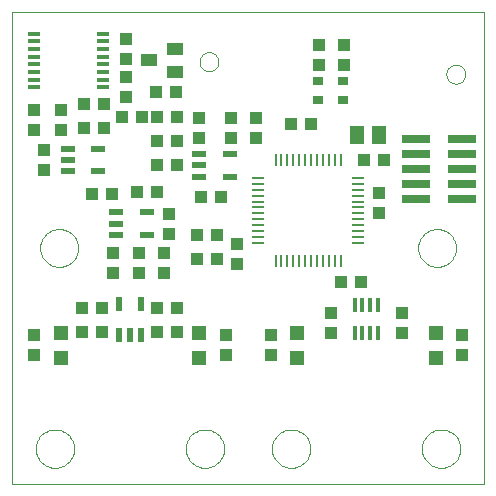
<source format=gtp>
G75*
G70*
%OFA0B0*%
%FSLAX24Y24*%
%IPPOS*%
%LPD*%
%AMOC8*
5,1,8,0,0,1.08239X$1,22.5*
%
%ADD10C,0.0000*%
%ADD11R,0.0165X0.0512*%
%ADD12R,0.0098X0.0394*%
%ADD13R,0.0394X0.0098*%
%ADD14R,0.0472X0.0472*%
%ADD15R,0.0433X0.0394*%
%ADD16R,0.0394X0.0433*%
%ADD17R,0.0217X0.0472*%
%ADD18R,0.0945X0.0299*%
%ADD19R,0.0512X0.0591*%
%ADD20R,0.0354X0.0256*%
%ADD21R,0.0472X0.0217*%
%ADD22R,0.0390X0.0120*%
%ADD23R,0.0551X0.0394*%
D10*
X001274Y001049D02*
X001274Y016797D01*
X017022Y016797D01*
X017022Y001049D01*
X001274Y001049D01*
X002071Y002230D02*
X002073Y002280D01*
X002079Y002330D01*
X002089Y002379D01*
X002102Y002428D01*
X002120Y002475D01*
X002141Y002521D01*
X002165Y002564D01*
X002193Y002606D01*
X002224Y002646D01*
X002258Y002683D01*
X002295Y002717D01*
X002335Y002748D01*
X002377Y002776D01*
X002420Y002800D01*
X002466Y002821D01*
X002513Y002839D01*
X002562Y002852D01*
X002611Y002862D01*
X002661Y002868D01*
X002711Y002870D01*
X002761Y002868D01*
X002811Y002862D01*
X002860Y002852D01*
X002909Y002839D01*
X002956Y002821D01*
X003002Y002800D01*
X003045Y002776D01*
X003087Y002748D01*
X003127Y002717D01*
X003164Y002683D01*
X003198Y002646D01*
X003229Y002606D01*
X003257Y002564D01*
X003281Y002521D01*
X003302Y002475D01*
X003320Y002428D01*
X003333Y002379D01*
X003343Y002330D01*
X003349Y002280D01*
X003351Y002230D01*
X003349Y002180D01*
X003343Y002130D01*
X003333Y002081D01*
X003320Y002032D01*
X003302Y001985D01*
X003281Y001939D01*
X003257Y001896D01*
X003229Y001854D01*
X003198Y001814D01*
X003164Y001777D01*
X003127Y001743D01*
X003087Y001712D01*
X003045Y001684D01*
X003002Y001660D01*
X002956Y001639D01*
X002909Y001621D01*
X002860Y001608D01*
X002811Y001598D01*
X002761Y001592D01*
X002711Y001590D01*
X002661Y001592D01*
X002611Y001598D01*
X002562Y001608D01*
X002513Y001621D01*
X002466Y001639D01*
X002420Y001660D01*
X002377Y001684D01*
X002335Y001712D01*
X002295Y001743D01*
X002258Y001777D01*
X002224Y001814D01*
X002193Y001854D01*
X002165Y001896D01*
X002141Y001939D01*
X002120Y001985D01*
X002102Y002032D01*
X002089Y002081D01*
X002079Y002130D01*
X002073Y002180D01*
X002071Y002230D01*
X007071Y002230D02*
X007073Y002280D01*
X007079Y002330D01*
X007089Y002379D01*
X007102Y002428D01*
X007120Y002475D01*
X007141Y002521D01*
X007165Y002564D01*
X007193Y002606D01*
X007224Y002646D01*
X007258Y002683D01*
X007295Y002717D01*
X007335Y002748D01*
X007377Y002776D01*
X007420Y002800D01*
X007466Y002821D01*
X007513Y002839D01*
X007562Y002852D01*
X007611Y002862D01*
X007661Y002868D01*
X007711Y002870D01*
X007761Y002868D01*
X007811Y002862D01*
X007860Y002852D01*
X007909Y002839D01*
X007956Y002821D01*
X008002Y002800D01*
X008045Y002776D01*
X008087Y002748D01*
X008127Y002717D01*
X008164Y002683D01*
X008198Y002646D01*
X008229Y002606D01*
X008257Y002564D01*
X008281Y002521D01*
X008302Y002475D01*
X008320Y002428D01*
X008333Y002379D01*
X008343Y002330D01*
X008349Y002280D01*
X008351Y002230D01*
X008349Y002180D01*
X008343Y002130D01*
X008333Y002081D01*
X008320Y002032D01*
X008302Y001985D01*
X008281Y001939D01*
X008257Y001896D01*
X008229Y001854D01*
X008198Y001814D01*
X008164Y001777D01*
X008127Y001743D01*
X008087Y001712D01*
X008045Y001684D01*
X008002Y001660D01*
X007956Y001639D01*
X007909Y001621D01*
X007860Y001608D01*
X007811Y001598D01*
X007761Y001592D01*
X007711Y001590D01*
X007661Y001592D01*
X007611Y001598D01*
X007562Y001608D01*
X007513Y001621D01*
X007466Y001639D01*
X007420Y001660D01*
X007377Y001684D01*
X007335Y001712D01*
X007295Y001743D01*
X007258Y001777D01*
X007224Y001814D01*
X007193Y001854D01*
X007165Y001896D01*
X007141Y001939D01*
X007120Y001985D01*
X007102Y002032D01*
X007089Y002081D01*
X007079Y002130D01*
X007073Y002180D01*
X007071Y002230D01*
X009945Y002230D02*
X009947Y002280D01*
X009953Y002330D01*
X009963Y002379D01*
X009976Y002428D01*
X009994Y002475D01*
X010015Y002521D01*
X010039Y002564D01*
X010067Y002606D01*
X010098Y002646D01*
X010132Y002683D01*
X010169Y002717D01*
X010209Y002748D01*
X010251Y002776D01*
X010294Y002800D01*
X010340Y002821D01*
X010387Y002839D01*
X010436Y002852D01*
X010485Y002862D01*
X010535Y002868D01*
X010585Y002870D01*
X010635Y002868D01*
X010685Y002862D01*
X010734Y002852D01*
X010783Y002839D01*
X010830Y002821D01*
X010876Y002800D01*
X010919Y002776D01*
X010961Y002748D01*
X011001Y002717D01*
X011038Y002683D01*
X011072Y002646D01*
X011103Y002606D01*
X011131Y002564D01*
X011155Y002521D01*
X011176Y002475D01*
X011194Y002428D01*
X011207Y002379D01*
X011217Y002330D01*
X011223Y002280D01*
X011225Y002230D01*
X011223Y002180D01*
X011217Y002130D01*
X011207Y002081D01*
X011194Y002032D01*
X011176Y001985D01*
X011155Y001939D01*
X011131Y001896D01*
X011103Y001854D01*
X011072Y001814D01*
X011038Y001777D01*
X011001Y001743D01*
X010961Y001712D01*
X010919Y001684D01*
X010876Y001660D01*
X010830Y001639D01*
X010783Y001621D01*
X010734Y001608D01*
X010685Y001598D01*
X010635Y001592D01*
X010585Y001590D01*
X010535Y001592D01*
X010485Y001598D01*
X010436Y001608D01*
X010387Y001621D01*
X010340Y001639D01*
X010294Y001660D01*
X010251Y001684D01*
X010209Y001712D01*
X010169Y001743D01*
X010132Y001777D01*
X010098Y001814D01*
X010067Y001854D01*
X010039Y001896D01*
X010015Y001939D01*
X009994Y001985D01*
X009976Y002032D01*
X009963Y002081D01*
X009953Y002130D01*
X009947Y002180D01*
X009945Y002230D01*
X014945Y002230D02*
X014947Y002280D01*
X014953Y002330D01*
X014963Y002379D01*
X014976Y002428D01*
X014994Y002475D01*
X015015Y002521D01*
X015039Y002564D01*
X015067Y002606D01*
X015098Y002646D01*
X015132Y002683D01*
X015169Y002717D01*
X015209Y002748D01*
X015251Y002776D01*
X015294Y002800D01*
X015340Y002821D01*
X015387Y002839D01*
X015436Y002852D01*
X015485Y002862D01*
X015535Y002868D01*
X015585Y002870D01*
X015635Y002868D01*
X015685Y002862D01*
X015734Y002852D01*
X015783Y002839D01*
X015830Y002821D01*
X015876Y002800D01*
X015919Y002776D01*
X015961Y002748D01*
X016001Y002717D01*
X016038Y002683D01*
X016072Y002646D01*
X016103Y002606D01*
X016131Y002564D01*
X016155Y002521D01*
X016176Y002475D01*
X016194Y002428D01*
X016207Y002379D01*
X016217Y002330D01*
X016223Y002280D01*
X016225Y002230D01*
X016223Y002180D01*
X016217Y002130D01*
X016207Y002081D01*
X016194Y002032D01*
X016176Y001985D01*
X016155Y001939D01*
X016131Y001896D01*
X016103Y001854D01*
X016072Y001814D01*
X016038Y001777D01*
X016001Y001743D01*
X015961Y001712D01*
X015919Y001684D01*
X015876Y001660D01*
X015830Y001639D01*
X015783Y001621D01*
X015734Y001608D01*
X015685Y001598D01*
X015635Y001592D01*
X015585Y001590D01*
X015535Y001592D01*
X015485Y001598D01*
X015436Y001608D01*
X015387Y001621D01*
X015340Y001639D01*
X015294Y001660D01*
X015251Y001684D01*
X015209Y001712D01*
X015169Y001743D01*
X015132Y001777D01*
X015098Y001814D01*
X015067Y001854D01*
X015039Y001896D01*
X015015Y001939D01*
X014994Y001985D01*
X014976Y002032D01*
X014963Y002081D01*
X014953Y002130D01*
X014947Y002180D01*
X014945Y002230D01*
X014817Y008923D02*
X014819Y008973D01*
X014825Y009023D01*
X014835Y009072D01*
X014849Y009120D01*
X014866Y009167D01*
X014887Y009212D01*
X014912Y009256D01*
X014940Y009297D01*
X014972Y009336D01*
X015006Y009373D01*
X015043Y009407D01*
X015083Y009437D01*
X015125Y009464D01*
X015169Y009488D01*
X015215Y009509D01*
X015262Y009525D01*
X015310Y009538D01*
X015360Y009547D01*
X015409Y009552D01*
X015460Y009553D01*
X015510Y009550D01*
X015559Y009543D01*
X015608Y009532D01*
X015656Y009517D01*
X015702Y009499D01*
X015747Y009477D01*
X015790Y009451D01*
X015831Y009422D01*
X015870Y009390D01*
X015906Y009355D01*
X015938Y009317D01*
X015968Y009277D01*
X015995Y009234D01*
X016018Y009190D01*
X016037Y009144D01*
X016053Y009096D01*
X016065Y009047D01*
X016073Y008998D01*
X016077Y008948D01*
X016077Y008898D01*
X016073Y008848D01*
X016065Y008799D01*
X016053Y008750D01*
X016037Y008702D01*
X016018Y008656D01*
X015995Y008612D01*
X015968Y008569D01*
X015938Y008529D01*
X015906Y008491D01*
X015870Y008456D01*
X015831Y008424D01*
X015790Y008395D01*
X015747Y008369D01*
X015702Y008347D01*
X015656Y008329D01*
X015608Y008314D01*
X015559Y008303D01*
X015510Y008296D01*
X015460Y008293D01*
X015409Y008294D01*
X015360Y008299D01*
X015310Y008308D01*
X015262Y008321D01*
X015215Y008337D01*
X015169Y008358D01*
X015125Y008382D01*
X015083Y008409D01*
X015043Y008439D01*
X015006Y008473D01*
X014972Y008510D01*
X014940Y008549D01*
X014912Y008590D01*
X014887Y008634D01*
X014866Y008679D01*
X014849Y008726D01*
X014835Y008774D01*
X014825Y008823D01*
X014819Y008873D01*
X014817Y008923D01*
X015760Y014715D02*
X015762Y014750D01*
X015768Y014785D01*
X015778Y014819D01*
X015791Y014852D01*
X015808Y014883D01*
X015829Y014911D01*
X015852Y014938D01*
X015879Y014961D01*
X015907Y014982D01*
X015938Y014999D01*
X015971Y015012D01*
X016005Y015022D01*
X016040Y015028D01*
X016075Y015030D01*
X016110Y015028D01*
X016145Y015022D01*
X016179Y015012D01*
X016212Y014999D01*
X016243Y014982D01*
X016271Y014961D01*
X016298Y014938D01*
X016321Y014911D01*
X016342Y014883D01*
X016359Y014852D01*
X016372Y014819D01*
X016382Y014785D01*
X016388Y014750D01*
X016390Y014715D01*
X016388Y014680D01*
X016382Y014645D01*
X016372Y014611D01*
X016359Y014578D01*
X016342Y014547D01*
X016321Y014519D01*
X016298Y014492D01*
X016271Y014469D01*
X016243Y014448D01*
X016212Y014431D01*
X016179Y014418D01*
X016145Y014408D01*
X016110Y014402D01*
X016075Y014400D01*
X016040Y014402D01*
X016005Y014408D01*
X015971Y014418D01*
X015938Y014431D01*
X015907Y014448D01*
X015879Y014469D01*
X015852Y014492D01*
X015829Y014519D01*
X015808Y014547D01*
X015791Y014578D01*
X015778Y014611D01*
X015768Y014645D01*
X015762Y014680D01*
X015760Y014715D01*
X007532Y015133D02*
X007534Y015168D01*
X007540Y015203D01*
X007550Y015237D01*
X007563Y015270D01*
X007580Y015301D01*
X007601Y015329D01*
X007624Y015356D01*
X007651Y015379D01*
X007679Y015400D01*
X007710Y015417D01*
X007743Y015430D01*
X007777Y015440D01*
X007812Y015446D01*
X007847Y015448D01*
X007882Y015446D01*
X007917Y015440D01*
X007951Y015430D01*
X007984Y015417D01*
X008015Y015400D01*
X008043Y015379D01*
X008070Y015356D01*
X008093Y015329D01*
X008114Y015301D01*
X008131Y015270D01*
X008144Y015237D01*
X008154Y015203D01*
X008160Y015168D01*
X008162Y015133D01*
X008160Y015098D01*
X008154Y015063D01*
X008144Y015029D01*
X008131Y014996D01*
X008114Y014965D01*
X008093Y014937D01*
X008070Y014910D01*
X008043Y014887D01*
X008015Y014866D01*
X007984Y014849D01*
X007951Y014836D01*
X007917Y014826D01*
X007882Y014820D01*
X007847Y014818D01*
X007812Y014820D01*
X007777Y014826D01*
X007743Y014836D01*
X007710Y014849D01*
X007679Y014866D01*
X007651Y014887D01*
X007624Y014910D01*
X007601Y014937D01*
X007580Y014965D01*
X007563Y014996D01*
X007550Y015029D01*
X007540Y015063D01*
X007534Y015098D01*
X007532Y015133D01*
X002219Y008923D02*
X002221Y008973D01*
X002227Y009023D01*
X002237Y009072D01*
X002251Y009120D01*
X002268Y009167D01*
X002289Y009212D01*
X002314Y009256D01*
X002342Y009297D01*
X002374Y009336D01*
X002408Y009373D01*
X002445Y009407D01*
X002485Y009437D01*
X002527Y009464D01*
X002571Y009488D01*
X002617Y009509D01*
X002664Y009525D01*
X002712Y009538D01*
X002762Y009547D01*
X002811Y009552D01*
X002862Y009553D01*
X002912Y009550D01*
X002961Y009543D01*
X003010Y009532D01*
X003058Y009517D01*
X003104Y009499D01*
X003149Y009477D01*
X003192Y009451D01*
X003233Y009422D01*
X003272Y009390D01*
X003308Y009355D01*
X003340Y009317D01*
X003370Y009277D01*
X003397Y009234D01*
X003420Y009190D01*
X003439Y009144D01*
X003455Y009096D01*
X003467Y009047D01*
X003475Y008998D01*
X003479Y008948D01*
X003479Y008898D01*
X003475Y008848D01*
X003467Y008799D01*
X003455Y008750D01*
X003439Y008702D01*
X003420Y008656D01*
X003397Y008612D01*
X003370Y008569D01*
X003340Y008529D01*
X003308Y008491D01*
X003272Y008456D01*
X003233Y008424D01*
X003192Y008395D01*
X003149Y008369D01*
X003104Y008347D01*
X003058Y008329D01*
X003010Y008314D01*
X002961Y008303D01*
X002912Y008296D01*
X002862Y008293D01*
X002811Y008294D01*
X002762Y008299D01*
X002712Y008308D01*
X002664Y008321D01*
X002617Y008337D01*
X002571Y008358D01*
X002527Y008382D01*
X002485Y008409D01*
X002445Y008439D01*
X002408Y008473D01*
X002374Y008510D01*
X002342Y008549D01*
X002314Y008590D01*
X002289Y008634D01*
X002268Y008679D01*
X002251Y008726D01*
X002237Y008774D01*
X002227Y008823D01*
X002221Y008873D01*
X002219Y008923D01*
D11*
X012705Y007011D03*
X012961Y007011D03*
X013217Y007011D03*
X013473Y007011D03*
X013473Y006086D03*
X013217Y006086D03*
X012961Y006086D03*
X012705Y006086D03*
D12*
X012232Y008501D03*
X012035Y008501D03*
X011838Y008501D03*
X011641Y008501D03*
X011444Y008501D03*
X011247Y008501D03*
X011050Y008501D03*
X010854Y008501D03*
X010657Y008501D03*
X010460Y008501D03*
X010263Y008501D03*
X010066Y008501D03*
X010066Y011847D03*
X010263Y011847D03*
X010460Y011847D03*
X010657Y011847D03*
X010854Y011847D03*
X011050Y011847D03*
X011247Y011847D03*
X011444Y011847D03*
X011641Y011847D03*
X011838Y011847D03*
X012035Y011847D03*
X012232Y011847D03*
D13*
X012822Y011257D03*
X012822Y011060D03*
X012822Y010863D03*
X012822Y010666D03*
X012822Y010469D03*
X012822Y010272D03*
X012822Y010075D03*
X012822Y009879D03*
X012822Y009682D03*
X012822Y009485D03*
X012822Y009288D03*
X012822Y009091D03*
X009476Y009091D03*
X009476Y009288D03*
X009476Y009485D03*
X009476Y009682D03*
X009476Y009879D03*
X009476Y010075D03*
X009476Y010272D03*
X009476Y010469D03*
X009476Y010666D03*
X009476Y010863D03*
X009476Y011060D03*
X009476Y011257D03*
D14*
X010774Y006087D03*
X010774Y005261D03*
X007524Y005261D03*
X007524Y006087D03*
X002899Y006087D03*
X002899Y005261D03*
X015399Y005261D03*
X015399Y006087D03*
D15*
X016274Y006009D03*
X016274Y005339D03*
X014274Y006089D03*
X014274Y006759D03*
X012921Y007799D03*
X012252Y007799D03*
X013524Y010089D03*
X013524Y010759D03*
X013671Y011861D03*
X013002Y011861D03*
X011233Y013049D03*
X010564Y013049D03*
X008586Y013259D03*
X008586Y012589D03*
X006796Y012486D03*
X006127Y012486D03*
X006108Y010799D03*
X005439Y010799D03*
X006524Y010071D03*
X006524Y009402D03*
X006336Y008759D03*
X006336Y008089D03*
X005524Y008089D03*
X005524Y008759D03*
X006127Y006924D03*
X006796Y006924D03*
X008399Y006009D03*
X008399Y005339D03*
X009899Y005339D03*
X009899Y006009D03*
X008108Y009361D03*
X007439Y009361D03*
X004296Y006924D03*
X003627Y006924D03*
X003627Y006111D03*
X004296Y006111D03*
X002024Y006009D03*
X002024Y005339D03*
X002336Y011527D03*
X002336Y012196D03*
X003689Y012924D03*
X004358Y012924D03*
X004358Y013736D03*
X003689Y013736D03*
X012336Y015027D03*
X012336Y015696D03*
D16*
X011524Y015696D03*
X011524Y015027D03*
X009399Y013259D03*
X009399Y012589D03*
X007524Y012589D03*
X007524Y013259D03*
X006796Y013299D03*
X006127Y013299D03*
X005608Y013299D03*
X004939Y013299D03*
X005086Y013964D03*
X005086Y014634D03*
X005086Y015214D03*
X005086Y015884D03*
X006064Y014111D03*
X006733Y014111D03*
X006796Y011674D03*
X006127Y011674D03*
X007564Y010611D03*
X008233Y010611D03*
X008774Y009071D03*
X008774Y008402D03*
X008108Y008549D03*
X007439Y008549D03*
X006796Y006111D03*
X006127Y006111D03*
X004649Y008089D03*
X004649Y008759D03*
X004608Y010736D03*
X003939Y010736D03*
X002899Y012839D03*
X002899Y013509D03*
X002024Y013509D03*
X002024Y012839D03*
X011899Y006759D03*
X011899Y006089D03*
D17*
X005585Y006037D03*
X005211Y006037D03*
X004837Y006037D03*
X004837Y007061D03*
X005585Y007061D03*
D18*
X014756Y010549D03*
X014756Y011049D03*
X014756Y011549D03*
X014756Y012049D03*
X014756Y012549D03*
X016292Y012549D03*
X016292Y012049D03*
X016292Y011549D03*
X016292Y011049D03*
X016292Y010549D03*
D19*
X013523Y012674D03*
X012775Y012674D03*
D20*
X012312Y013849D03*
X012312Y014499D03*
X011485Y014499D03*
X011485Y013849D03*
D21*
X008536Y012048D03*
X008536Y011300D03*
X007512Y011300D03*
X007512Y011674D03*
X007512Y012048D03*
X005786Y010110D03*
X005786Y009362D03*
X004762Y009362D03*
X004762Y009736D03*
X004762Y010110D03*
X004161Y011487D03*
X004161Y012235D03*
X003137Y012235D03*
X003137Y011861D03*
X003137Y011487D03*
D22*
X002000Y014278D03*
X002000Y014534D03*
X002000Y014790D03*
X002000Y015046D03*
X002000Y015302D03*
X002000Y015558D03*
X002000Y015814D03*
X002000Y016070D03*
X004298Y016070D03*
X004298Y015814D03*
X004298Y015558D03*
X004298Y015302D03*
X004298Y015046D03*
X004298Y014790D03*
X004298Y014534D03*
X004298Y014278D03*
D23*
X005841Y015174D03*
X006707Y015548D03*
X006707Y014800D03*
M02*

</source>
